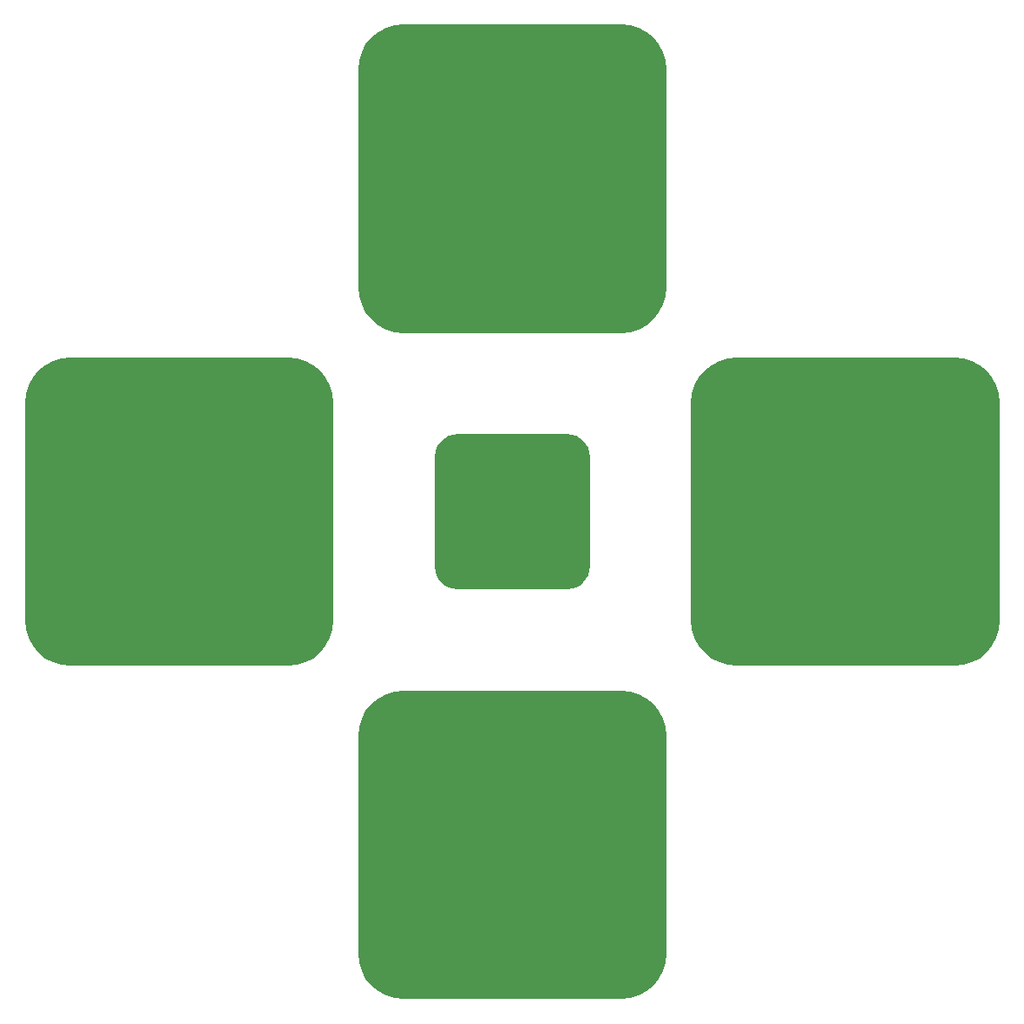
<source format=gbr>
G04 #@! TF.GenerationSoftware,KiCad,Pcbnew,(5.0.1-3-g963ef8bb5)*
G04 #@! TF.CreationDate,2019-03-19T08:35:04+01:00*
G04 #@! TF.ProjectId,capacitive-touch-demo,636170616369746976652D746F756368,3.0.0*
G04 #@! TF.SameCoordinates,Original*
G04 #@! TF.FileFunction,Soldermask,Top*
G04 #@! TF.FilePolarity,Negative*
%FSLAX46Y46*%
G04 Gerber Fmt 4.6, Leading zero omitted, Abs format (unit mm)*
G04 Created by KiCad (PCBNEW (5.0.1-3-g963ef8bb5)) date 2019 March 19, Tuesday 08:35:04*
%MOMM*%
%LPD*%
G01*
G04 APERTURE LIST*
%ADD10C,0.100000*%
G04 APERTURE END LIST*
D10*
G36*
X141486899Y-97534672D02*
X142317416Y-97786606D01*
X143082819Y-98195723D01*
X143753700Y-98746300D01*
X144304277Y-99417181D01*
X144713394Y-100182584D01*
X144965328Y-101013101D01*
X145051000Y-101882940D01*
X145051000Y-123117060D01*
X144965328Y-123986899D01*
X144713394Y-124817416D01*
X144304277Y-125582819D01*
X143753700Y-126253700D01*
X143082819Y-126804277D01*
X142317416Y-127213394D01*
X141486899Y-127465328D01*
X140617060Y-127551000D01*
X119382940Y-127551000D01*
X118513101Y-127465328D01*
X117682584Y-127213394D01*
X116917181Y-126804277D01*
X116246300Y-126253700D01*
X115695723Y-125582819D01*
X115286606Y-124817416D01*
X115034672Y-123986899D01*
X114949000Y-123117060D01*
X114949000Y-101882940D01*
X115034672Y-101013101D01*
X115286606Y-100182584D01*
X115695723Y-99417181D01*
X116246300Y-98746300D01*
X116917181Y-98195723D01*
X117682584Y-97786606D01*
X118513101Y-97534672D01*
X119382940Y-97449000D01*
X140617060Y-97449000D01*
X141486899Y-97534672D01*
X141486899Y-97534672D01*
G37*
G36*
X173986899Y-65034672D02*
X174817416Y-65286606D01*
X175582819Y-65695723D01*
X176253700Y-66246300D01*
X176804277Y-66917181D01*
X177213394Y-67682584D01*
X177465328Y-68513101D01*
X177551000Y-69382940D01*
X177551000Y-90617060D01*
X177465328Y-91486899D01*
X177213394Y-92317416D01*
X176804277Y-93082819D01*
X176253700Y-93753700D01*
X175582819Y-94304277D01*
X174817416Y-94713394D01*
X173986899Y-94965328D01*
X173117060Y-95051000D01*
X151882940Y-95051000D01*
X151013101Y-94965328D01*
X150182584Y-94713394D01*
X149417181Y-94304277D01*
X148746300Y-93753700D01*
X148195723Y-93082819D01*
X147786606Y-92317416D01*
X147534672Y-91486899D01*
X147449000Y-90617060D01*
X147449000Y-69382940D01*
X147534672Y-68513101D01*
X147786606Y-67682584D01*
X148195723Y-66917181D01*
X148746300Y-66246300D01*
X149417181Y-65695723D01*
X150182584Y-65286606D01*
X151013101Y-65034672D01*
X151882940Y-64949000D01*
X173117060Y-64949000D01*
X173986899Y-65034672D01*
X173986899Y-65034672D01*
G37*
G36*
X108986899Y-65034672D02*
X109817416Y-65286606D01*
X110582819Y-65695723D01*
X111253700Y-66246300D01*
X111804277Y-66917181D01*
X112213394Y-67682584D01*
X112465328Y-68513101D01*
X112551000Y-69382940D01*
X112551000Y-90617060D01*
X112465328Y-91486899D01*
X112213394Y-92317416D01*
X111804277Y-93082819D01*
X111253700Y-93753700D01*
X110582819Y-94304277D01*
X109817416Y-94713394D01*
X108986899Y-94965328D01*
X108117060Y-95051000D01*
X86882940Y-95051000D01*
X86013101Y-94965328D01*
X85182584Y-94713394D01*
X84417181Y-94304277D01*
X83746300Y-93753700D01*
X83195723Y-93082819D01*
X82786606Y-92317416D01*
X82534672Y-91486899D01*
X82449000Y-90617060D01*
X82449000Y-69382940D01*
X82534672Y-68513101D01*
X82786606Y-67682584D01*
X83195723Y-66917181D01*
X83746300Y-66246300D01*
X84417181Y-65695723D01*
X85182584Y-65286606D01*
X86013101Y-65034672D01*
X86882940Y-64949000D01*
X108117060Y-64949000D01*
X108986899Y-65034672D01*
X108986899Y-65034672D01*
G37*
G36*
X135797948Y-72491439D02*
X136206377Y-72615334D01*
X136582786Y-72816530D01*
X136912709Y-73087291D01*
X137183470Y-73417214D01*
X137384666Y-73793623D01*
X137508561Y-74202052D01*
X137551000Y-74632940D01*
X137551000Y-85367060D01*
X137508561Y-85797948D01*
X137384666Y-86206377D01*
X137183470Y-86582786D01*
X136912709Y-86912709D01*
X136582786Y-87183470D01*
X136206377Y-87384666D01*
X135797948Y-87508561D01*
X135367060Y-87551000D01*
X124632940Y-87551000D01*
X124202052Y-87508561D01*
X123793623Y-87384666D01*
X123417214Y-87183470D01*
X123087291Y-86912709D01*
X122816530Y-86582786D01*
X122615334Y-86206377D01*
X122491439Y-85797948D01*
X122449000Y-85367060D01*
X122449000Y-74632940D01*
X122491439Y-74202052D01*
X122615334Y-73793623D01*
X122816530Y-73417214D01*
X123087291Y-73087291D01*
X123417214Y-72816530D01*
X123793623Y-72615334D01*
X124202052Y-72491439D01*
X124632940Y-72449000D01*
X135367060Y-72449000D01*
X135797948Y-72491439D01*
X135797948Y-72491439D01*
G37*
G36*
X141486899Y-32534672D02*
X142317416Y-32786606D01*
X143082819Y-33195723D01*
X143753700Y-33746300D01*
X144304277Y-34417181D01*
X144713394Y-35182584D01*
X144965328Y-36013101D01*
X145051000Y-36882940D01*
X145051000Y-58117060D01*
X144965328Y-58986899D01*
X144713394Y-59817416D01*
X144304277Y-60582819D01*
X143753700Y-61253700D01*
X143082819Y-61804277D01*
X142317416Y-62213394D01*
X141486899Y-62465328D01*
X140617060Y-62551000D01*
X119382940Y-62551000D01*
X118513101Y-62465328D01*
X117682584Y-62213394D01*
X116917181Y-61804277D01*
X116246300Y-61253700D01*
X115695723Y-60582819D01*
X115286606Y-59817416D01*
X115034672Y-58986899D01*
X114949000Y-58117060D01*
X114949000Y-36882940D01*
X115034672Y-36013101D01*
X115286606Y-35182584D01*
X115695723Y-34417181D01*
X116246300Y-33746300D01*
X116917181Y-33195723D01*
X117682584Y-32786606D01*
X118513101Y-32534672D01*
X119382940Y-32449000D01*
X140617060Y-32449000D01*
X141486899Y-32534672D01*
X141486899Y-32534672D01*
G37*
M02*

</source>
